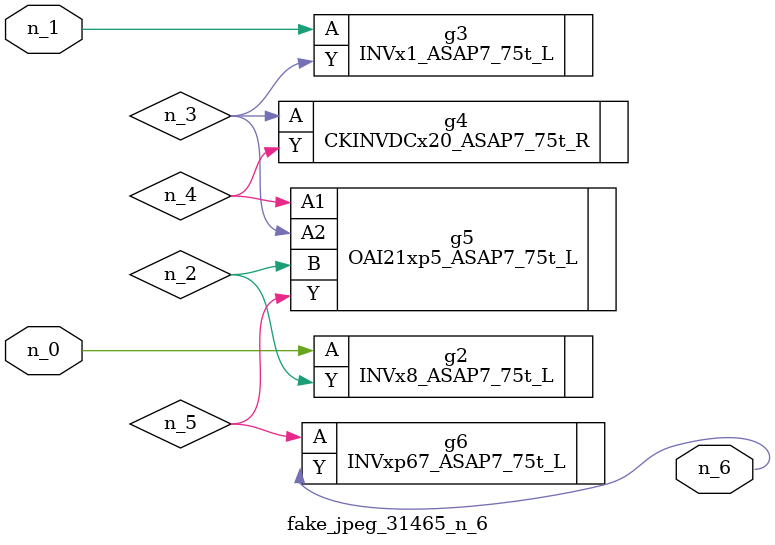
<source format=v>
module fake_jpeg_31465_n_6 (n_0, n_1, n_6);

input n_0;
input n_1;

output n_6;

wire n_2;
wire n_3;
wire n_4;
wire n_5;

INVx8_ASAP7_75t_L g2 ( 
.A(n_0),
.Y(n_2)
);

INVx1_ASAP7_75t_L g3 ( 
.A(n_1),
.Y(n_3)
);

CKINVDCx20_ASAP7_75t_R g4 ( 
.A(n_3),
.Y(n_4)
);

OAI21xp5_ASAP7_75t_L g5 ( 
.A1(n_4),
.A2(n_3),
.B(n_2),
.Y(n_5)
);

INVxp67_ASAP7_75t_L g6 ( 
.A(n_5),
.Y(n_6)
);


endmodule
</source>
